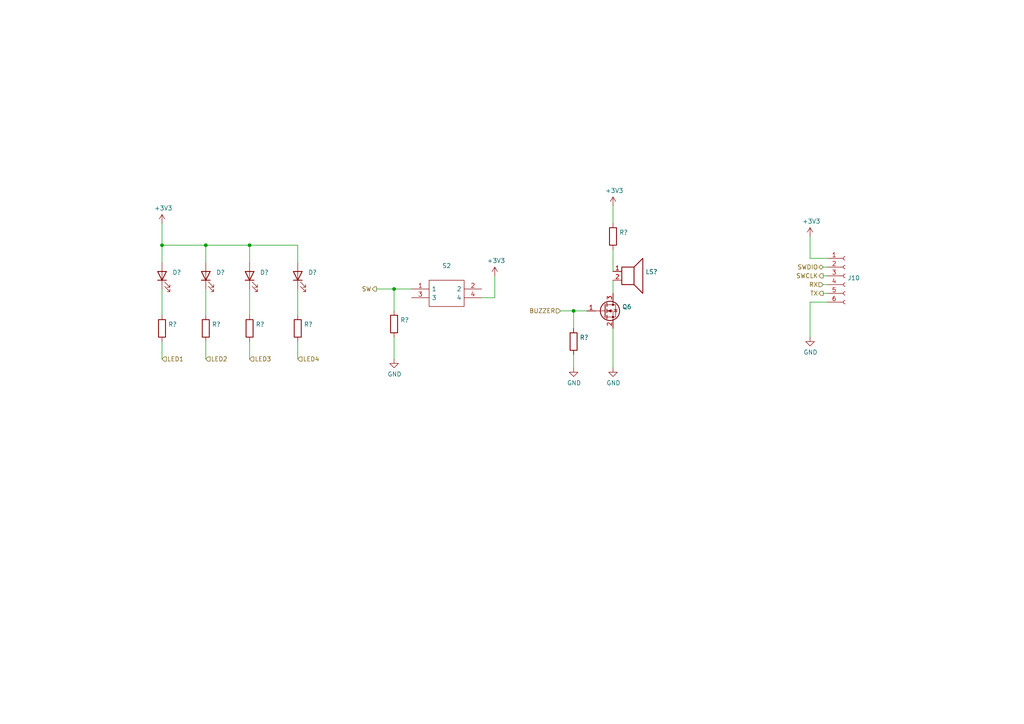
<source format=kicad_sch>
(kicad_sch (version 20211123) (generator eeschema)
  (paper "A4")
  (lib_symbols
    (symbol "Connector:Conn_01x06_Female" (pin_names (offset 1.016) hide)
      (property "Reference" "J" (at 0 7.62 0))
      (property "Value" "Conn_01x06_Female" (at 0 -10.16 0))
      (symbol "Conn_01x06_Female_1_1"
        (arc (start 0 -7.112) (mid -0.508 -7.62) (end 0 -8.128) (stroke (width 0.1524)))
        (arc (start 0 -4.572) (mid -0.508 -5.08) (end 0 -5.588) (stroke (width 0.1524)))
        (arc (start 0 -2.032) (mid -0.508 -2.54) (end 0 -3.048) (stroke (width 0.1524)))
        (polyline (pts (xy -1.27 -7.62) (xy -0.508 -7.62)) (stroke (width 0.1524)))
        (polyline (pts (xy -1.27 -5.08) (xy -0.508 -5.08)) (stroke (width 0.1524)))
        (polyline (pts (xy -1.27 -2.54) (xy -0.508 -2.54)) (stroke (width 0.1524)))
        (polyline (pts (xy -1.27 0) (xy -0.508 0)) (stroke (width 0.1524)))
        (polyline (pts (xy -1.27 2.54) (xy -0.508 2.54)) (stroke (width 0.1524)))
        (polyline (pts (xy -1.27 5.08) (xy -0.508 5.08)) (stroke (width 0.1524)))
        (arc (start 0 0.508) (mid -0.508 0) (end 0 -0.508) (stroke (width 0.1524)))
        (arc (start 0 3.048) (mid -0.508 2.54) (end 0 2.032) (stroke (width 0.1524)))
        (arc (start 0 5.588) (mid -0.508 5.08) (end 0 4.572) (stroke (width 0.1524)))
        (pin passive line (at -5.08 5.08 0) (length 3.81) (name "Pin_1") (number "1"))
        (pin passive line (at -5.08 2.54 0) (length 3.81) (name "Pin_2") (number "2"))
        (pin passive line (at -5.08 0 0) (length 3.81) (name "Pin_3") (number "3"))
        (pin passive line (at -5.08 -2.54 0) (length 3.81) (name "Pin_4") (number "4"))
        (pin passive line (at -5.08 -5.08 0) (length 3.81) (name "Pin_5") (number "5"))
        (pin passive line (at -5.08 -7.62 0) (length 3.81) (name "Pin_6") (number "6"))
      )
    )
    (symbol "Device:LED" (pin_numbers hide) (pin_names (offset 1.016) hide)
      (property "Reference" "D" (at 0 2.54 0))
      (property "Value" "LED" (at 0 -2.54 0))
      (symbol "LED_0_1"
        (polyline (pts (xy -1.27 -1.27) (xy -1.27 1.27)) (stroke (width 0.254)))
        (polyline (pts (xy -1.27 0) (xy 1.27 0)))
        (polyline (pts (xy 1.27 -1.27) (xy 1.27 1.27) (xy -1.27 0) (xy 1.27 -1.27)) (stroke (width 0.254)))
        (polyline (pts (xy -3.048 -0.762) (xy -4.572 -2.286) (xy -3.81 -2.286) (xy -4.572 -2.286) (xy -4.572 -1.524)))
        (polyline (pts (xy -1.778 -0.762) (xy -3.302 -2.286) (xy -2.54 -2.286) (xy -3.302 -2.286) (xy -3.302 -1.524)))
      )
      (symbol "LED_1_1"
        (pin passive line (at -3.81 0 0) (length 2.54) (name "K") (number "1"))
        (pin passive line (at 3.81 0 180) (length 2.54) (name "A") (number "2"))
      )
    )
    (symbol "Device:Q_NMOS_GSD" (pin_names (offset 0) hide)
      (property "Reference" "Q" (at 5.08 1.27 0))
      (property "Value" "Q_NMOS_GSD" (at 5.08 -1.27 0))
      (symbol "Q_NMOS_GSD_0_1"
        (polyline (pts (xy 0.254 0) (xy -2.54 0)))
        (polyline (pts (xy 0.254 1.905) (xy 0.254 -1.905)) (stroke (width 0.254)))
        (polyline (pts (xy 0.762 -1.27) (xy 0.762 -2.286)) (stroke (width 0.254)))
        (polyline (pts (xy 0.762 0.508) (xy 0.762 -0.508)) (stroke (width 0.254)))
        (polyline (pts (xy 0.762 2.286) (xy 0.762 1.27)) (stroke (width 0.254)))
        (polyline (pts (xy 2.54 2.54) (xy 2.54 1.778)))
        (polyline (pts (xy 2.54 -2.54) (xy 2.54 0) (xy 0.762 0)))
        (polyline (pts (xy 0.762 -1.778) (xy 3.302 -1.778) (xy 3.302 1.778) (xy 0.762 1.778)))
        (polyline (pts (xy 1.016 0) (xy 2.032 0.381) (xy 2.032 -0.381) (xy 1.016 0)) (fill (type outline)))
        (polyline (pts (xy 2.794 0.508) (xy 2.921 0.381) (xy 3.683 0.381) (xy 3.81 0.254)))
        (polyline (pts (xy 3.302 0.381) (xy 2.921 -0.254) (xy 3.683 -0.254) (xy 3.302 0.381)))
        (circle (center 1.651 0) (radius 2.794) (stroke (width 0.254)))
        (circle (center 2.54 -1.778) (radius 0.254) (fill (type outline)))
        (circle (center 2.54 1.778) (radius 0.254) (fill (type outline)))
      )
      (symbol "Q_NMOS_GSD_1_1"
        (pin input line (at -5.08 0 0) (length 2.54) (name "G") (number "1"))
        (pin passive line (at 2.54 -5.08 90) (length 2.54) (name "S") (number "2"))
        (pin passive line (at 2.54 5.08 270) (length 2.54) (name "D") (number "3"))
      )
    )
    (symbol "Device:R" (pin_numbers hide) (pin_names (offset 0))
      (property "Reference" "R" (at 2.032 0 90))
      (property "Value" "R" (at 0 0 90))
      (symbol "R_0_1"
        (rectangle (start -1.016 -2.54) (end 1.016 2.54) (stroke (width 0.254)))
      )
      (symbol "R_1_1"
        (pin passive line (at 0 3.81 270) (length 1.27) (name "~") (number "1"))
        (pin passive line (at 0 -3.81 90) (length 1.27) (name "~") (number "2"))
      )
    )
    (symbol "Device:Speaker" (pin_names (offset 0) hide)
      (property "Reference" "LS" (at 1.27 5.715 0))
      (property "Value" "Speaker" (at 1.27 3.81 0))
      (symbol "Speaker_0_0"
        (rectangle (start -2.54 1.27) (end 1.016 -3.81) (stroke (width 0.254)))
        (polyline (pts (xy 1.016 1.27) (xy 3.556 3.81) (xy 3.556 -6.35) (xy 1.016 -3.81)) (stroke (width 0.254)))
      )
      (symbol "Speaker_1_1"
        (pin input line (at -5.08 0 0) (length 2.54) (name "1") (number "1"))
        (pin input line (at -5.08 -2.54 0) (length 2.54) (name "2") (number "2"))
      )
    )
    (symbol "lapis-rescue:SKRPACE010-SamacSys_Parts" (pin_names (offset 0.762))
      (property "Reference" "S" (at 16.51 7.62 0))
      (property "Value" "SKRPACE010-SamacSys_Parts" (at 16.51 5.08 0))
      (symbol "SKRPACE010-SamacSys_Parts_0_0"
        (pin passive line (at 0 0 0) (length 5.08) (name "1") (number "1"))
        (pin passive line (at 20.32 0 180) (length 5.08) (name "2") (number "2"))
        (pin passive line (at 0 -2.54 0) (length 5.08) (name "3") (number "3"))
        (pin passive line (at 20.32 -2.54 180) (length 5.08) (name "4") (number "4"))
      )
      (symbol "SKRPACE010-SamacSys_Parts_0_1"
        (polyline (pts (xy 5.08 2.54) (xy 15.24 2.54) (xy 15.24 -5.08) (xy 5.08 -5.08) (xy 5.08 2.54)) (stroke (width 0.1524)))
      )
    )
    (symbol "power:+3.3V" (power) (pin_names (offset 0))
      (property "Value" "+3.3V" (at 0 3.556 0))
      (symbol "+3.3V_0_1"
        (polyline (pts (xy -0.762 1.27) (xy 0 2.54)))
        (polyline (pts (xy 0 0) (xy 0 2.54)))
        (polyline (pts (xy 0 2.54) (xy 0.762 1.27)))
      )
      (symbol "+3.3V_1_1"
        (pin power_in line (at 0 0 90) (length 0) hide (name "+3V3") (number "1"))
      )
    )
    (symbol "power:GND" (power) (pin_names (offset 0))
      (property "Value" "GND" (at 0 -3.81 0))
      (symbol "GND_0_1"
        (polyline (pts (xy 0 0) (xy 0 -1.27) (xy 1.27 -1.27) (xy 0 -2.54) (xy -1.27 -1.27) (xy 0 -1.27)))
      )
      (symbol "GND_1_1"
        (pin power_in line (at 0 0 270) (length 0) hide (name "GND") (number "1"))
      )
    )
  )
  (junction (at 114.3 83.82))
  (junction (at 46.99 71.12))
  (junction (at 166.37 90.17))
  (junction (at 59.69 71.12))
  (junction (at 72.39 71.12))
  (wire (pts (xy 46.99 71.12) (xy 46.99 76.2)))
  (wire (pts (xy 59.69 71.12) (xy 59.69 76.2)))
  (wire (pts (xy 234.95 74.93) (xy 240.03 74.93)))
  (wire (pts (xy 46.99 83.82) (xy 46.99 91.44)))
  (wire (pts (xy 166.37 90.17) (xy 166.37 95.25)))
  (wire (pts (xy 114.3 83.82) (xy 114.3 90.17)))
  (wire (pts (xy 177.8 95.25) (xy 177.8 106.68)))
  (wire (pts (xy 114.3 83.82) (xy 109.22 83.82)))
  (wire (pts (xy 234.95 87.63) (xy 234.95 97.79)))
  (wire (pts (xy 234.95 87.63) (xy 240.03 87.63)))
  (wire (pts (xy 177.8 59.69) (xy 177.8 64.77)))
  (wire (pts (xy 72.39 83.82) (xy 72.39 91.44)))
  (wire (pts (xy 240.03 82.55) (xy 238.76 82.55)))
  (wire (pts (xy 72.39 99.06) (xy 72.39 104.14)))
  (wire (pts (xy 139.7 86.36) (xy 143.51 86.36)))
  (wire (pts (xy 114.3 97.79) (xy 114.3 104.14)))
  (wire (pts (xy 170.18 90.17) (xy 166.37 90.17)))
  (wire (pts (xy 240.03 85.09) (xy 238.76 85.09)))
  (wire (pts (xy 72.39 71.12) (xy 86.36 71.12)))
  (wire (pts (xy 234.95 68.58) (xy 234.95 74.93)))
  (wire (pts (xy 240.03 77.47) (xy 238.76 77.47)))
  (wire (pts (xy 114.3 83.82) (xy 119.38 83.82)))
  (wire (pts (xy 143.51 80.01) (xy 143.51 86.36)))
  (wire (pts (xy 46.99 99.06) (xy 46.99 104.14)))
  (wire (pts (xy 59.69 71.12) (xy 72.39 71.12)))
  (wire (pts (xy 177.8 78.74) (xy 177.8 72.39)))
  (wire (pts (xy 86.36 71.12) (xy 86.36 76.2)))
  (wire (pts (xy 177.8 85.09) (xy 177.8 81.28)))
  (wire (pts (xy 240.03 80.01) (xy 238.76 80.01)))
  (wire (pts (xy 46.99 71.12) (xy 59.69 71.12)))
  (wire (pts (xy 46.99 64.77) (xy 46.99 71.12)))
  (wire (pts (xy 166.37 90.17) (xy 162.56 90.17)))
  (wire (pts (xy 59.69 91.44) (xy 59.69 83.82)))
  (wire (pts (xy 59.69 99.06) (xy 59.69 104.14)))
  (wire (pts (xy 72.39 71.12) (xy 72.39 76.2)))
  (wire (pts (xy 86.36 99.06) (xy 86.36 104.14)))
  (wire (pts (xy 166.37 106.68) (xy 166.37 102.87)))
  (wire (pts (xy 86.36 83.82) (xy 86.36 91.44)))
  (hierarchical_label "LED2" (shape input) (at 59.69 104.14 0))
  (hierarchical_label "TX" (shape output) (at 238.76 85.09 180))
  (hierarchical_label "SW" (shape output) (at 109.22 83.82 180))
  (hierarchical_label "LED1" (shape input) (at 46.99 104.14 0))
  (hierarchical_label "LED3" (shape input) (at 72.39 104.14 0))
  (hierarchical_label "LED4" (shape input) (at 86.36 104.14 0))
  (hierarchical_label "SWDIO" (shape bidirectional) (at 238.76 77.47 180))
  (hierarchical_label "RX" (shape input) (at 238.76 82.55 180))
  (hierarchical_label "BUZZER" (shape input) (at 162.56 90.17 180))
  (hierarchical_label "SWCLK" (shape output) (at 238.76 80.01 180))
  (symbol (lib_id "power:+3.3V") (at 46.99 64.77 0) (unit 1)
    (property "Reference" "#PWR?" (effects hide))
  )
  (symbol (lib_id "Device:LED") (at 46.99 80.01 90) (unit 1)
    (property "Reference" "D?" (at 49.9872 79.0194 90) (effects (justify right)))
  )
  (symbol (lib_id "Device:LED") (at 59.69 80.01 90) (unit 1)
    (property "Reference" "D?" (at 62.6872 79.0194 90) (effects (justify right)))
  )
  (symbol (lib_id "Device:LED") (at 72.39 80.01 90) (unit 1)
    (property "Reference" "D?" (at 75.3872 79.0194 90) (effects (justify right)))
  )
  (symbol (lib_id "Device:LED") (at 86.36 80.01 90) (unit 1)
    (property "Reference" "D?" (at 89.3572 79.0194 90) (effects (justify right)))
  )
  (symbol (lib_id "Device:R") (at 46.99 95.25 0) (unit 1)
    (property "Reference" "R?" (at 48.768 94.0816 0) (effects (justify left)))
  )
  (symbol (lib_id "Device:R") (at 59.69 95.25 0) (unit 1)
    (property "Reference" "R?" (at 61.468 94.0816 0) (effects (justify left)))
  )
  (symbol (lib_id "Device:R") (at 72.39 95.25 0) (unit 1)
    (property "Reference" "R?" (at 74.168 94.0816 0) (effects (justify left)))
  )
  (symbol (lib_id "Device:R") (at 86.36 95.25 0) (unit 1)
    (property "Reference" "R?" (at 88.138 94.0816 0) (effects (justify left)))
  )
  (symbol (lib_id "Device:R") (at 114.3 93.98 0) (unit 1)
    (property "Reference" "R?" (at 116.078 92.8116 0) (effects (justify left)))
  )
  (symbol (lib_id "power:GND") (at 114.3 104.14 0) (unit 1)
    (property "Reference" "#PWR?" (effects hide))
  )
  (symbol (lib_id "power:+3.3V") (at 143.51 80.01 0) (unit 1)
    (property "Reference" "#PWR?" (effects hide))
  )
  (symbol (lib_id "power:+3.3V") (at 234.95 68.58 0) (unit 1)
    (property "Reference" "#PWR?" (effects hide))
  )
  (symbol (lib_id "power:GND") (at 234.95 97.79 0) (unit 1)
    (property "Reference" "#PWR?" (effects hide))
  )
  (symbol (lib_id "Device:Speaker") (at 182.88 78.74 0) (unit 1)
    (property "Reference" "LS?" (at 187.198 78.8416 0) (effects (justify left)))
  )
  (symbol (lib_id "Device:Q_NMOS_GSD") (at 175.26 90.17 0) (unit 1)
    (property "Reference" "Q6" (at 180.4416 89.0016 0) (effects (justify left)))
  )
  (symbol (lib_id "Device:R") (at 166.37 99.06 0) (unit 1)
    (property "Reference" "R?" (at 168.148 97.8916 0) (effects (justify left)))
  )
  (symbol (lib_id "power:GND") (at 166.37 106.68 0) (unit 1)
    (property "Reference" "#PWR?" (effects hide))
  )
  (symbol (lib_id "power:GND") (at 177.8 106.68 0) (unit 1)
    (property "Reference" "#PWR?" (effects hide))
  )
  (symbol (lib_id "lapis-rescue:SKRPACE010-SamacSys_Parts") (at 119.38 83.82 0) (unit 1)
    (property "Reference" "S2" (at 129.54 77.089 0))
    (property "Datasheet" "http://www.alps.com/prod/info/E/HTML/Tact/SurfaceMount/SKRP/SKRPACE010.html" (effects hide))
    (property "Description" "Tactile Switches 4.2x3.2x2.5mm 260gf" (effects hide))
    (property "Manufacturer_Name" "ALPS" (effects hide))
    (property "Manufacturer_Part_Number" "SKRPACE010" (effects hide))
  )
  (symbol (lib_id "power:+3.3V") (at 177.8 59.69 0) (unit 1)
    (property "Reference" "#PWR?" (effects hide))
  )
  (symbol (lib_id "Device:R") (at 177.8 68.58 0) (unit 1)
    (property "Reference" "R?" (at 179.578 67.4116 0) (effects (justify left)))
  )
  (symbol (lib_id "Connector:Conn_01x06_Female") (at 245.11 80.01 0) (unit 1)
    (property "Reference" "J10" (at 245.8212 80.6196 0) (effects (justify left)))
  )
)
</source>
